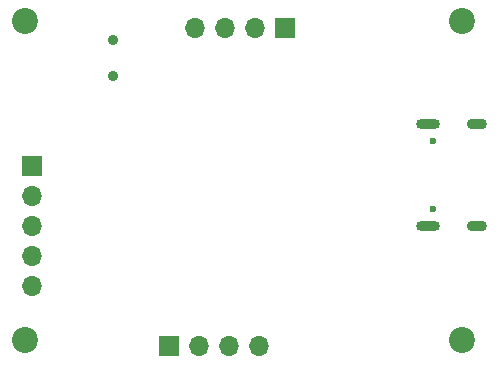
<source format=gbr>
%TF.GenerationSoftware,KiCad,Pcbnew,(6.0.5)*%
%TF.CreationDate,2022-05-28T10:37:04-07:00*%
%TF.ProjectId,stm32,73746d33-322e-46b6-9963-61645f706362,rev?*%
%TF.SameCoordinates,Original*%
%TF.FileFunction,Soldermask,Bot*%
%TF.FilePolarity,Negative*%
%FSLAX46Y46*%
G04 Gerber Fmt 4.6, Leading zero omitted, Abs format (unit mm)*
G04 Created by KiCad (PCBNEW (6.0.5)) date 2022-05-28 10:37:04*
%MOMM*%
%LPD*%
G01*
G04 APERTURE LIST*
%ADD10R,1.700000X1.700000*%
%ADD11O,1.700000X1.700000*%
%ADD12C,0.900000*%
%ADD13C,2.200000*%
%ADD14C,0.600000*%
%ADD15O,1.700000X0.900000*%
%ADD16O,2.000000X0.900000*%
G04 APERTURE END LIST*
D10*
%TO.C,J5*%
X61625000Y-86280000D03*
D11*
X61625000Y-88820000D03*
X61625000Y-91360000D03*
X61625000Y-93900000D03*
X61625000Y-96440000D03*
%TD*%
D10*
%TO.C,J2*%
X83050000Y-74550000D03*
D11*
X80510000Y-74550000D03*
X77970000Y-74550000D03*
X75430000Y-74550000D03*
%TD*%
D10*
%TO.C,J4*%
X73170000Y-101500000D03*
D11*
X75710000Y-101500000D03*
X78250000Y-101500000D03*
X80790000Y-101500000D03*
%TD*%
D12*
%TO.C,SW1*%
X68490000Y-78600000D03*
X68490000Y-75600000D03*
%TD*%
D13*
%TO.C,H3*%
X98000000Y-74000000D03*
%TD*%
%TO.C,H2*%
X61000000Y-101000000D03*
%TD*%
%TO.C,H4*%
X98000000Y-101000000D03*
%TD*%
D14*
%TO.C,J1*%
X95575000Y-84110000D03*
X95575000Y-89890000D03*
D15*
X99265000Y-91320000D03*
D16*
X95095000Y-82680000D03*
D15*
X99265000Y-82680000D03*
D16*
X95095000Y-91320000D03*
%TD*%
D13*
%TO.C,H1*%
X61000000Y-74000000D03*
%TD*%
M02*

</source>
